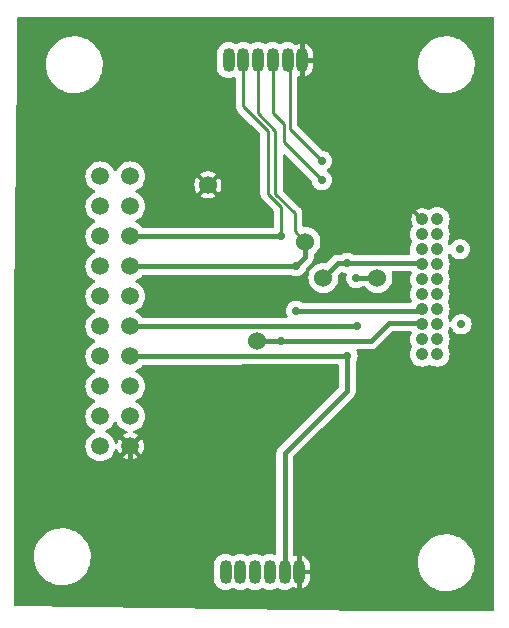
<source format=gbr>
%TF.GenerationSoftware,KiCad,Pcbnew,7.0.6*%
%TF.CreationDate,2023-08-02T20:25:14-07:00*%
%TF.ProjectId,A0004-SWD-Adapter,41303030-342d-4535-9744-2d4164617074,rev?*%
%TF.SameCoordinates,Original*%
%TF.FileFunction,Copper,L1,Top*%
%TF.FilePolarity,Positive*%
%FSLAX46Y46*%
G04 Gerber Fmt 4.6, Leading zero omitted, Abs format (unit mm)*
G04 Created by KiCad (PCBNEW 7.0.6) date 2023-08-02 20:25:14*
%MOMM*%
%LPD*%
G01*
G04 APERTURE LIST*
%TA.AperFunction,ComponentPad*%
%ADD10C,1.498600*%
%TD*%
%TA.AperFunction,ComponentPad*%
%ADD11O,1.016000X2.032000*%
%TD*%
%TA.AperFunction,ComponentPad*%
%ADD12C,1.066800*%
%TD*%
%TA.AperFunction,SMDPad,CuDef*%
%ADD13C,1.524000*%
%TD*%
%TA.AperFunction,ViaPad*%
%ADD14C,0.711200*%
%TD*%
%TA.AperFunction,Conductor*%
%ADD15C,0.381000*%
%TD*%
%TA.AperFunction,Conductor*%
%ADD16C,0.250000*%
%TD*%
G04 APERTURE END LIST*
D10*
%TO.P,P1,1,1*%
%TO.N,MCU_VDD*%
X124123450Y-112059999D03*
%TO.P,P1,2,2*%
%TO.N,unconnected-(P1-Pad2)*%
X121583450Y-112059999D03*
%TO.P,P1,3,3*%
%TO.N,unconnected-(P1-Pad3)*%
X124123450Y-109519999D03*
%TO.P,P1,4,4*%
%TO.N,Earth*%
X121583450Y-109519999D03*
%TO.P,P1,5,5*%
%TO.N,unconnected-(P1-Pad5)*%
X124123450Y-106979999D03*
%TO.P,P1,6,6*%
%TO.N,Earth*%
X121583450Y-106979999D03*
%TO.P,P1,7,7*%
%TO.N,SWDIO*%
X124123450Y-104439999D03*
%TO.P,P1,8,8*%
%TO.N,unconnected-(P1-Pad8)*%
X121583450Y-104439999D03*
%TO.P,P1,9,9*%
%TO.N,SWCLK*%
X124123450Y-101899999D03*
%TO.P,P1,10,10*%
%TO.N,Earth*%
X121583450Y-101899999D03*
%TO.P,P1,11,11*%
%TO.N,unconnected-(P1-Pad11)*%
X124123450Y-99359999D03*
%TO.P,P1,12,12*%
%TO.N,Earth*%
X121583450Y-99359999D03*
%TO.P,P1,13,13*%
%TO.N,SWO*%
X124123450Y-96819999D03*
%TO.P,P1,14,14*%
%TO.N,Earth*%
X121583450Y-96819999D03*
%TO.P,P1,15,15*%
%TO.N,NRST*%
X124123450Y-94279999D03*
%TO.P,P1,16,16*%
%TO.N,Earth*%
X121583450Y-94279999D03*
%TO.P,P1,17,17*%
%TO.N,unconnected-(P1-Pad17)*%
X124123450Y-91739999D03*
%TO.P,P1,18,18*%
%TO.N,Earth*%
X121583450Y-91739999D03*
%TO.P,P1,19,19*%
%TO.N,unconnected-(P1-Pad19)*%
X124123450Y-89199999D03*
%TO.P,P1,20,20*%
%TO.N,Earth*%
X121583450Y-89199999D03*
%TD*%
D11*
%TO.P,P4,1,1*%
%TO.N,Earth*%
X132434000Y-79375000D03*
%TO.P,P4,2,2*%
%TO.N,NRST*%
X133684000Y-79375000D03*
%TO.P,P4,3,3*%
%TO.N,SWO*%
X134934000Y-79375000D03*
%TO.P,P4,4,4*%
%TO.N,SWCLK*%
X136184000Y-79375000D03*
%TO.P,P4,5,5*%
%TO.N,SWDIO*%
X137434000Y-79375000D03*
%TO.P,P4,6,6*%
%TO.N,MCU_VDD*%
X138684000Y-79375000D03*
%TD*%
%TO.P,P3,1,1*%
%TO.N,MCU_VDD*%
X138430000Y-122682000D03*
%TO.P,P3,2,2*%
%TO.N,SWDIO*%
X137180000Y-122682000D03*
%TO.P,P3,3,3*%
%TO.N,SWCLK*%
X135930000Y-122682000D03*
%TO.P,P3,4,4*%
%TO.N,SWO*%
X134680000Y-122682000D03*
%TO.P,P3,5,5*%
%TO.N,NRST*%
X133430000Y-122682000D03*
%TO.P,P3,6,6*%
%TO.N,Earth*%
X132180000Y-122682000D03*
%TD*%
D12*
%TO.P,P2,1,1*%
%TO.N,MCU_VDD*%
X148832950Y-92837000D03*
%TO.P,P2,2,2*%
%TO.N,unconnected-(P2-Pad2)*%
X150102950Y-92837000D03*
%TO.P,P2,3,3*%
%TO.N,unconnected-(P2-Pad3)*%
X148832950Y-94107000D03*
%TO.P,P2,4,4*%
%TO.N,Earth*%
X150102950Y-94107000D03*
%TO.P,P2,5,5*%
%TO.N,unconnected-(P2-Pad5)*%
X148832950Y-95377000D03*
%TO.P,P2,6,6*%
%TO.N,Earth*%
X150102950Y-95377000D03*
%TO.P,P2,7,7*%
%TO.N,SWDIO*%
X148832950Y-96647000D03*
%TO.P,P2,8,8*%
%TO.N,unconnected-(P2-Pad8)*%
X150102950Y-96647000D03*
%TO.P,P2,9,9*%
%TO.N,SWCLK*%
X148832950Y-97917000D03*
%TO.P,P2,10,10*%
%TO.N,Earth*%
X150102950Y-97917000D03*
%TO.P,P2,11,11*%
%TO.N,unconnected-(P2-Pad11)*%
X148832950Y-99187000D03*
%TO.P,P2,12,12*%
%TO.N,Earth*%
X150102950Y-99187000D03*
%TO.P,P2,13,13*%
%TO.N,SWO*%
X148832950Y-100457000D03*
%TO.P,P2,14,14*%
%TO.N,Earth*%
X150102950Y-100457000D03*
%TO.P,P2,15,15*%
%TO.N,NRST*%
X148832950Y-101727000D03*
%TO.P,P2,16,16*%
%TO.N,Earth*%
X150102950Y-101727000D03*
%TO.P,P2,17,17*%
%TO.N,unconnected-(P2-Pad17)*%
X148832950Y-102997000D03*
%TO.P,P2,18,18*%
%TO.N,Earth*%
X150102950Y-102997000D03*
%TO.P,P2,19,19*%
%TO.N,unconnected-(P2-Pad19)*%
X148832950Y-104267000D03*
%TO.P,P2,20,20*%
%TO.N,Earth*%
X150102950Y-104267000D03*
%TD*%
D13*
%TO.P,TP1,1*%
%TO.N,MCU_VDD*%
X130683000Y-89916000D03*
%TD*%
%TO.P,TP5,1*%
%TO.N,SWCLK*%
X145034000Y-97790000D03*
%TD*%
%TO.P,TP6,1*%
%TO.N,NRST*%
X134874000Y-103124000D03*
%TD*%
%TO.P,TP4,1*%
%TO.N,SWDIO*%
X140462000Y-97790000D03*
%TD*%
%TO.P,TP7,1*%
%TO.N,SWO*%
X138938000Y-94742000D03*
%TD*%
D14*
%TO.N,MCU_VDD*%
X147066000Y-92837000D03*
%TO.N,Earth*%
X152019000Y-95377000D03*
X152146000Y-101727000D03*
%TO.N,SWDIO*%
X140335000Y-87884000D03*
%TO.N,SWCLK*%
X140335000Y-89535000D03*
%TO.N,SWDIO*%
X142494000Y-96520000D03*
X142494000Y-104394000D03*
%TO.N,SWCLK*%
X143302000Y-101900000D03*
X143256000Y-97790000D03*
%TO.N,SWO*%
X138176000Y-100584000D03*
X138176000Y-96774000D03*
%TO.N,NRST*%
X136906000Y-94234000D03*
X136906000Y-103124000D03*
%TD*%
D15*
%TO.N,MCU_VDD*%
X138430000Y-122682000D02*
X138430000Y-124333000D01*
X138430000Y-124333000D02*
X137922000Y-124841000D01*
X137922000Y-124841000D02*
X130429000Y-124841000D01*
X124123450Y-118535450D02*
X124123450Y-112059999D01*
X130429000Y-124841000D02*
X124123450Y-118535450D01*
%TO.N,SWDIO*%
X137180000Y-122682000D02*
X137180000Y-112649000D01*
X142494000Y-104394000D02*
X142494000Y-107335000D01*
X142494000Y-107335000D02*
X137180000Y-112649000D01*
D16*
X137610000Y-85159000D02*
X140335000Y-87884000D01*
X137610000Y-79551000D02*
X137610000Y-85159000D01*
X137434000Y-79375000D02*
X137610000Y-79551000D01*
%TO.N,SWCLK*%
X137096500Y-86296500D02*
X140335000Y-89535000D01*
X137096500Y-84772500D02*
X137096500Y-86296500D01*
X136184000Y-83860000D02*
X137096500Y-84772500D01*
X136184000Y-79375000D02*
X136184000Y-83860000D01*
%TO.N,SWO*%
X134934000Y-79375000D02*
X134934000Y-83878604D01*
X134934000Y-83878604D02*
X136398000Y-85342604D01*
X136398000Y-85342604D02*
X136398000Y-90676604D01*
X136398000Y-90676604D02*
X138049000Y-92327604D01*
X138049000Y-92327604D02*
X138049000Y-93853000D01*
X138049000Y-93853000D02*
X138938000Y-94742000D01*
%TO.N,NRST*%
X133684000Y-79375000D02*
X133684000Y-83265000D01*
X133684000Y-83265000D02*
X135763000Y-85344000D01*
X135763000Y-85344000D02*
X135763000Y-90678000D01*
X136906000Y-91821000D02*
X136906000Y-94234000D01*
X135763000Y-90678000D02*
X136906000Y-91821000D01*
D15*
%TO.N,SWDIO*%
X140462000Y-97790000D02*
X141732000Y-96520000D01*
X142494000Y-96520000D02*
X148590000Y-96520000D01*
X141732000Y-96520000D02*
X142494000Y-96520000D01*
X124123450Y-104440000D02*
X142494000Y-104394000D01*
X148590000Y-96520000D02*
X148844000Y-96774000D01*
%TO.N,SWCLK*%
X124123450Y-101900000D02*
X143302000Y-101900000D01*
X145034000Y-97790000D02*
X143256000Y-97790000D01*
%TO.N,SWO*%
X138938000Y-96012000D02*
X138176000Y-96774000D01*
X138938000Y-94742000D02*
X138938000Y-96012000D01*
X138130000Y-96820000D02*
X138176000Y-96774000D01*
X138176000Y-100584000D02*
X148844000Y-100584000D01*
X124123450Y-96820000D02*
X138130000Y-96820000D01*
%TO.N,NRST*%
X148590000Y-101600000D02*
X148844000Y-101854000D01*
X144526000Y-103124000D02*
X146050000Y-101600000D01*
X136906000Y-103124000D02*
X144526000Y-103124000D01*
X146050000Y-101600000D02*
X148590000Y-101600000D01*
X136860000Y-94280000D02*
X136906000Y-94234000D01*
X134874000Y-103124000D02*
X136906000Y-103124000D01*
X124123450Y-94280000D02*
X136860000Y-94280000D01*
%TD*%
%TA.AperFunction,Conductor*%
%TO.N,MCU_VDD*%
G36*
X122921315Y-109962313D02*
G01*
X122965832Y-110013688D01*
X123030002Y-110151302D01*
X123030004Y-110151306D01*
X123156238Y-110331587D01*
X123311861Y-110487210D01*
X123492142Y-110613444D01*
X123492144Y-110613445D01*
X123492147Y-110613447D01*
X123691614Y-110706460D01*
X123691619Y-110706461D01*
X123691623Y-110706463D01*
X123756287Y-110723789D01*
X123795919Y-110734408D01*
X123855580Y-110770772D01*
X123886110Y-110833619D01*
X123877816Y-110902995D01*
X123833331Y-110956873D01*
X123808622Y-110969809D01*
X123617482Y-111043858D01*
X123617473Y-111043862D01*
X123468783Y-111135924D01*
X123468783Y-111135925D01*
X123934597Y-111601739D01*
X123852917Y-111639042D01*
X123745278Y-111732311D01*
X123668277Y-111852128D01*
X123663259Y-111869216D01*
X123200555Y-111406511D01*
X123158334Y-111462423D01*
X123158329Y-111462430D01*
X123064966Y-111649927D01*
X123064961Y-111649940D01*
X123038867Y-111741651D01*
X123001587Y-111800744D01*
X122938277Y-111830301D01*
X122869038Y-111820939D01*
X122815852Y-111775629D01*
X122799826Y-111739809D01*
X122769913Y-111628170D01*
X122769912Y-111628169D01*
X122769911Y-111628163D01*
X122676898Y-111428697D01*
X122550662Y-111248412D01*
X122550660Y-111248409D01*
X122395038Y-111092787D01*
X122214757Y-110966553D01*
X122214753Y-110966551D01*
X122193998Y-110956873D01*
X122077137Y-110902380D01*
X122024700Y-110856209D01*
X122005548Y-110789015D01*
X122025764Y-110722134D01*
X122077137Y-110677618D01*
X122214753Y-110613447D01*
X122395037Y-110487211D01*
X122550662Y-110331586D01*
X122676898Y-110151302D01*
X122741068Y-110013686D01*
X122787240Y-109961249D01*
X122854434Y-109942097D01*
X122921315Y-109962313D01*
G37*
%TD.AperFunction*%
%TA.AperFunction,Conductor*%
G36*
X154882539Y-75712185D02*
G01*
X154928294Y-75764989D01*
X154939500Y-75816500D01*
X154939500Y-125859500D01*
X154919815Y-125926539D01*
X154867011Y-125972294D01*
X154815500Y-125983500D01*
X144866500Y-125983500D01*
X114422968Y-125607652D01*
X114356177Y-125587141D01*
X114311077Y-125533776D01*
X114300500Y-125483665D01*
X114300500Y-121334903D01*
X115959793Y-121334903D01*
X115969672Y-121642970D01*
X115969672Y-121642975D01*
X115969673Y-121642978D01*
X116018867Y-121947261D01*
X116063137Y-122096419D01*
X116106571Y-122242763D01*
X116231333Y-122524601D01*
X116231337Y-122524609D01*
X116391123Y-122788193D01*
X116391127Y-122788198D01*
X116391133Y-122788207D01*
X116583297Y-123029174D01*
X116583299Y-123029176D01*
X116583303Y-123029180D01*
X116583304Y-123029181D01*
X116804724Y-123243614D01*
X116971862Y-123368352D01*
X117051741Y-123427968D01*
X117051743Y-123427969D01*
X117051747Y-123427972D01*
X117320318Y-123579228D01*
X117461057Y-123636207D01*
X117606018Y-123694897D01*
X117606023Y-123694898D01*
X117606025Y-123694899D01*
X117904179Y-123773084D01*
X118209883Y-123812500D01*
X118209890Y-123812500D01*
X118440980Y-123812500D01*
X118539814Y-123806154D01*
X118671601Y-123797693D01*
X118974151Y-123738772D01*
X119266683Y-123641644D01*
X119266689Y-123641640D01*
X119266693Y-123641640D01*
X119483619Y-123537174D01*
X119544393Y-123507907D01*
X119802720Y-123339754D01*
X120037424Y-123139948D01*
X120244650Y-122911769D01*
X120420996Y-122658963D01*
X120563567Y-122385683D01*
X120670020Y-122096415D01*
X120738609Y-121795908D01*
X120768206Y-121489098D01*
X120758327Y-121181022D01*
X120709133Y-120876739D01*
X120621431Y-120581244D01*
X120621429Y-120581239D01*
X120621428Y-120581236D01*
X120496666Y-120299398D01*
X120496663Y-120299391D01*
X120336877Y-120035807D01*
X120336870Y-120035799D01*
X120336866Y-120035792D01*
X120144702Y-119794825D01*
X120144700Y-119794823D01*
X119923279Y-119580389D01*
X119923276Y-119580386D01*
X119794450Y-119484241D01*
X119676258Y-119396031D01*
X119676253Y-119396028D01*
X119407682Y-119244772D01*
X119370383Y-119229671D01*
X119121981Y-119129102D01*
X118954660Y-119085226D01*
X118823821Y-119050916D01*
X118518117Y-119011500D01*
X118287026Y-119011500D01*
X118287020Y-119011500D01*
X118056406Y-119026306D01*
X118056389Y-119026308D01*
X117753854Y-119085226D01*
X117753849Y-119085228D01*
X117461310Y-119182358D01*
X117461306Y-119182359D01*
X117183613Y-119316089D01*
X117183605Y-119316094D01*
X116925286Y-119484241D01*
X116925276Y-119484248D01*
X116690581Y-119684046D01*
X116690571Y-119684056D01*
X116483354Y-119912225D01*
X116483350Y-119912229D01*
X116307005Y-120165033D01*
X116307003Y-120165037D01*
X116164432Y-120438319D01*
X116164429Y-120438326D01*
X116057981Y-120727580D01*
X116057979Y-120727590D01*
X115989391Y-121028089D01*
X115959794Y-121334902D01*
X115959793Y-121334903D01*
X114300500Y-121334903D01*
X114300500Y-112059999D01*
X120320845Y-112059999D01*
X120340026Y-112279243D01*
X120340028Y-112279253D01*
X120396986Y-112491827D01*
X120396988Y-112491831D01*
X120396989Y-112491835D01*
X120426583Y-112555299D01*
X120490002Y-112691302D01*
X120490004Y-112691306D01*
X120616238Y-112871587D01*
X120771861Y-113027210D01*
X120952142Y-113153444D01*
X120952144Y-113153445D01*
X120952147Y-113153447D01*
X121151614Y-113246460D01*
X121364201Y-113303422D01*
X121539600Y-113318767D01*
X121583449Y-113322604D01*
X121583450Y-113322604D01*
X121583451Y-113322604D01*
X121619991Y-113319406D01*
X121802699Y-113303422D01*
X122015286Y-113246460D01*
X122214753Y-113153447D01*
X122395037Y-113027211D01*
X122550662Y-112871586D01*
X122676898Y-112691302D01*
X122769911Y-112491835D01*
X122799826Y-112380186D01*
X122836190Y-112320528D01*
X122899037Y-112289998D01*
X122968413Y-112298292D01*
X123022291Y-112342777D01*
X123038867Y-112378346D01*
X123064961Y-112470057D01*
X123064966Y-112470070D01*
X123158333Y-112657574D01*
X123200555Y-112713485D01*
X123663259Y-112250780D01*
X123668277Y-112267870D01*
X123745278Y-112387687D01*
X123852917Y-112480956D01*
X123934597Y-112518258D01*
X123468783Y-112984071D01*
X123468784Y-112984072D01*
X123617470Y-113076133D01*
X123617476Y-113076137D01*
X123812804Y-113151807D01*
X124018714Y-113190299D01*
X124228186Y-113190299D01*
X124434100Y-113151806D01*
X124629422Y-113076137D01*
X124629429Y-113076134D01*
X124778114Y-112984072D01*
X124778115Y-112984071D01*
X124312302Y-112518258D01*
X124393983Y-112480956D01*
X124501622Y-112387687D01*
X124578623Y-112267870D01*
X124583640Y-112250781D01*
X125046343Y-112713484D01*
X125088565Y-112657576D01*
X125088570Y-112657568D01*
X125181933Y-112470070D01*
X125181939Y-112470055D01*
X125239263Y-112268582D01*
X125239264Y-112268580D01*
X125258592Y-112059999D01*
X125258592Y-112059998D01*
X125239264Y-111851417D01*
X125239263Y-111851415D01*
X125181939Y-111649942D01*
X125181933Y-111649927D01*
X125088570Y-111462429D01*
X125088565Y-111462421D01*
X125046343Y-111406511D01*
X124583640Y-111869214D01*
X124578623Y-111852128D01*
X124501622Y-111732311D01*
X124393983Y-111639042D01*
X124312302Y-111601739D01*
X124778115Y-111135925D01*
X124778114Y-111135924D01*
X124629429Y-111043864D01*
X124629414Y-111043856D01*
X124438278Y-110969809D01*
X124382876Y-110927236D01*
X124359286Y-110861470D01*
X124374997Y-110793389D01*
X124425021Y-110744610D01*
X124450976Y-110734409D01*
X124512213Y-110718001D01*
X124555276Y-110706463D01*
X124555277Y-110706462D01*
X124555286Y-110706460D01*
X124754753Y-110613447D01*
X124935037Y-110487211D01*
X125090662Y-110331586D01*
X125216898Y-110151302D01*
X125309911Y-109951835D01*
X125366873Y-109739248D01*
X125386055Y-109519999D01*
X125366873Y-109300750D01*
X125309911Y-109088163D01*
X125216898Y-108888697D01*
X125090662Y-108708412D01*
X125090660Y-108708409D01*
X124935038Y-108552787D01*
X124754757Y-108426553D01*
X124754753Y-108426551D01*
X124754753Y-108426550D01*
X124617137Y-108362380D01*
X124564700Y-108316209D01*
X124545548Y-108249015D01*
X124565764Y-108182134D01*
X124617137Y-108137618D01*
X124754753Y-108073447D01*
X124935037Y-107947211D01*
X125090662Y-107791586D01*
X125216898Y-107611302D01*
X125309911Y-107411835D01*
X125366873Y-107199248D01*
X125386055Y-106979999D01*
X125366873Y-106760750D01*
X125309911Y-106548163D01*
X125216898Y-106348697D01*
X125090662Y-106168412D01*
X125090660Y-106168409D01*
X124935038Y-106012787D01*
X124754757Y-105886553D01*
X124754753Y-105886551D01*
X124754753Y-105886550D01*
X124617137Y-105822380D01*
X124564700Y-105776209D01*
X124545548Y-105709015D01*
X124565764Y-105642134D01*
X124617137Y-105597618D01*
X124754753Y-105533447D01*
X124935037Y-105407211D01*
X125090662Y-105251586D01*
X125134420Y-105189091D01*
X125188992Y-105145469D01*
X125235678Y-105136216D01*
X141670690Y-105095063D01*
X141737778Y-105114580D01*
X141783665Y-105167269D01*
X141795000Y-105219063D01*
X141795000Y-106994101D01*
X141775315Y-107061140D01*
X141758681Y-107081782D01*
X136701985Y-112138477D01*
X136699258Y-112141044D01*
X136652950Y-112182071D01*
X136652947Y-112182073D01*
X136617794Y-112233001D01*
X136615575Y-112236016D01*
X136577418Y-112284722D01*
X136577414Y-112284729D01*
X136573277Y-112293921D01*
X136562256Y-112313462D01*
X136556519Y-112321772D01*
X136534571Y-112379642D01*
X136533139Y-112383100D01*
X136507748Y-112439517D01*
X136505930Y-112449441D01*
X136499906Y-112471049D01*
X136496329Y-112480482D01*
X136496326Y-112480490D01*
X136488867Y-112541921D01*
X136488304Y-112545624D01*
X136477151Y-112606482D01*
X136477151Y-112606485D01*
X136480887Y-112668249D01*
X136481000Y-112671994D01*
X136481000Y-121111710D01*
X136461315Y-121178749D01*
X136408511Y-121224504D01*
X136339353Y-121234448D01*
X136321005Y-121230371D01*
X136301664Y-121224504D01*
X136288133Y-121220399D01*
X136129267Y-121172207D01*
X135930000Y-121152582D01*
X135730728Y-121172208D01*
X135539118Y-121230333D01*
X135363453Y-121324228D01*
X135295050Y-121338470D01*
X135246547Y-121324228D01*
X135070881Y-121230333D01*
X134879271Y-121172208D01*
X134680000Y-121152582D01*
X134480728Y-121172208D01*
X134289118Y-121230333D01*
X134113453Y-121324228D01*
X134045050Y-121338470D01*
X133996547Y-121324228D01*
X133820881Y-121230333D01*
X133629271Y-121172208D01*
X133430000Y-121152582D01*
X133230728Y-121172208D01*
X133039118Y-121230333D01*
X132863452Y-121324228D01*
X132795049Y-121338470D01*
X132746546Y-121324228D01*
X132570881Y-121230333D01*
X132379271Y-121172208D01*
X132180000Y-121152582D01*
X131980728Y-121172208D01*
X131789118Y-121230333D01*
X131612536Y-121324718D01*
X131457747Y-121451747D01*
X131330718Y-121606536D01*
X131236333Y-121783118D01*
X131178208Y-121974728D01*
X131178208Y-121974731D01*
X131163500Y-122124066D01*
X131163500Y-123239934D01*
X131169041Y-123296192D01*
X131178208Y-123389271D01*
X131236333Y-123580881D01*
X131330718Y-123757463D01*
X131330720Y-123757465D01*
X131330722Y-123757469D01*
X131391724Y-123831801D01*
X131457747Y-123912252D01*
X131508478Y-123953885D01*
X131612531Y-124039278D01*
X131612534Y-124039280D01*
X131612536Y-124039281D01*
X131702239Y-124087228D01*
X131789120Y-124133667D01*
X131980731Y-124191792D01*
X132180000Y-124211418D01*
X132379269Y-124191792D01*
X132570880Y-124133667D01*
X132746547Y-124039770D01*
X132814948Y-124025529D01*
X132863452Y-124039771D01*
X133039118Y-124133666D01*
X133039120Y-124133667D01*
X133230731Y-124191792D01*
X133430000Y-124211418D01*
X133629269Y-124191792D01*
X133820880Y-124133667D01*
X133996547Y-124039770D01*
X134064948Y-124025529D01*
X134113452Y-124039771D01*
X134289118Y-124133666D01*
X134289120Y-124133667D01*
X134480731Y-124191792D01*
X134680000Y-124211418D01*
X134879269Y-124191792D01*
X135070880Y-124133667D01*
X135246550Y-124039769D01*
X135314949Y-124025528D01*
X135363448Y-124039768D01*
X135539120Y-124133667D01*
X135730731Y-124191792D01*
X135930000Y-124211418D01*
X136129269Y-124191792D01*
X136320880Y-124133667D01*
X136496550Y-124039769D01*
X136564949Y-124025528D01*
X136613448Y-124039768D01*
X136789120Y-124133667D01*
X136980731Y-124191792D01*
X137180000Y-124211418D01*
X137379269Y-124191792D01*
X137570880Y-124133667D01*
X137674544Y-124078257D01*
X137747464Y-124039281D01*
X137747465Y-124039280D01*
X137747469Y-124039278D01*
X137832608Y-123969406D01*
X137896917Y-123942094D01*
X137965785Y-123953885D01*
X137977418Y-123960886D01*
X137983046Y-123964135D01*
X138153772Y-124040147D01*
X138239499Y-124058369D01*
X138239500Y-124058369D01*
X138239500Y-122854085D01*
X138246876Y-122865124D01*
X138330894Y-122921263D01*
X138404983Y-122936000D01*
X138455017Y-122936000D01*
X138529106Y-122921263D01*
X138602085Y-122872500D01*
X138620500Y-122872500D01*
X138620500Y-124058369D01*
X138706228Y-124040147D01*
X138706234Y-124040145D01*
X138876947Y-123964138D01*
X139028135Y-123854293D01*
X139153178Y-123715417D01*
X139246616Y-123553579D01*
X139304361Y-123375855D01*
X139304362Y-123375853D01*
X139319000Y-123236586D01*
X139319000Y-122872500D01*
X138620500Y-122872500D01*
X138602085Y-122872500D01*
X138613124Y-122865124D01*
X138669263Y-122781106D01*
X138688976Y-122682000D01*
X138669263Y-122582894D01*
X138613124Y-122498876D01*
X138529106Y-122442737D01*
X138455017Y-122428000D01*
X138404983Y-122428000D01*
X138330894Y-122442737D01*
X138246876Y-122498876D01*
X138239500Y-122509914D01*
X138239500Y-121305629D01*
X138620500Y-121305629D01*
X138620500Y-122491500D01*
X139319000Y-122491500D01*
X139319000Y-122127413D01*
X139304362Y-121988146D01*
X139304361Y-121988144D01*
X139257170Y-121842903D01*
X148471793Y-121842903D01*
X148481672Y-122150970D01*
X148481672Y-122150975D01*
X148481673Y-122150978D01*
X148530867Y-122455261D01*
X148575137Y-122604419D01*
X148618571Y-122750763D01*
X148743333Y-123032601D01*
X148743337Y-123032609D01*
X148903123Y-123296193D01*
X148903127Y-123296198D01*
X148903133Y-123296207D01*
X149095297Y-123537174D01*
X149095299Y-123537176D01*
X149095303Y-123537180D01*
X149095304Y-123537181D01*
X149316724Y-123751614D01*
X149454305Y-123854293D01*
X149563741Y-123935968D01*
X149563743Y-123935969D01*
X149563747Y-123935972D01*
X149832318Y-124087228D01*
X149973057Y-124144207D01*
X150118018Y-124202897D01*
X150118023Y-124202898D01*
X150118025Y-124202899D01*
X150416179Y-124281084D01*
X150721883Y-124320500D01*
X150721890Y-124320500D01*
X150952980Y-124320500D01*
X151051814Y-124314154D01*
X151183601Y-124305693D01*
X151486151Y-124246772D01*
X151778683Y-124149644D01*
X151778689Y-124149640D01*
X151778693Y-124149640D01*
X151969571Y-124057717D01*
X152056393Y-124015907D01*
X152314720Y-123847754D01*
X152549424Y-123647948D01*
X152756650Y-123419769D01*
X152932996Y-123166963D01*
X153075567Y-122893683D01*
X153182020Y-122604415D01*
X153250609Y-122303908D01*
X153280206Y-121997098D01*
X153270327Y-121689022D01*
X153221133Y-121384739D01*
X153133431Y-121089244D01*
X153133429Y-121089239D01*
X153133428Y-121089236D01*
X153008666Y-120807398D01*
X153008663Y-120807391D01*
X152848877Y-120543807D01*
X152848870Y-120543799D01*
X152848866Y-120543792D01*
X152656702Y-120302825D01*
X152656700Y-120302823D01*
X152653163Y-120299398D01*
X152435276Y-120088386D01*
X152306450Y-119992241D01*
X152188258Y-119904031D01*
X152188253Y-119904028D01*
X151919682Y-119752772D01*
X151882383Y-119737671D01*
X151633981Y-119637102D01*
X151466660Y-119593226D01*
X151335821Y-119558916D01*
X151030117Y-119519500D01*
X150799026Y-119519500D01*
X150799020Y-119519500D01*
X150568406Y-119534306D01*
X150568389Y-119534308D01*
X150265854Y-119593226D01*
X150265849Y-119593228D01*
X149973310Y-119690358D01*
X149973306Y-119690359D01*
X149695613Y-119824089D01*
X149695605Y-119824094D01*
X149437286Y-119992241D01*
X149437276Y-119992248D01*
X149202581Y-120192046D01*
X149202571Y-120192056D01*
X148995354Y-120420225D01*
X148995350Y-120420229D01*
X148819005Y-120673033D01*
X148819003Y-120673037D01*
X148676432Y-120946319D01*
X148676429Y-120946326D01*
X148569981Y-121235580D01*
X148569979Y-121235590D01*
X148501391Y-121536089D01*
X148471794Y-121842902D01*
X148471793Y-121842903D01*
X139257170Y-121842903D01*
X139246616Y-121810420D01*
X139153178Y-121648582D01*
X139028135Y-121509706D01*
X138876952Y-121399864D01*
X138706227Y-121323852D01*
X138620500Y-121305629D01*
X138239500Y-121305629D01*
X138239499Y-121305629D01*
X138153770Y-121323852D01*
X138053435Y-121368525D01*
X137984185Y-121377809D01*
X137920909Y-121348180D01*
X137883696Y-121289045D01*
X137879000Y-121255245D01*
X137879000Y-112989897D01*
X137898685Y-112922858D01*
X137915319Y-112902216D01*
X140330325Y-110487210D01*
X142972028Y-107845506D01*
X142974703Y-107842987D01*
X143021052Y-107801927D01*
X143056209Y-107750991D01*
X143058410Y-107747999D01*
X143096584Y-107699275D01*
X143100722Y-107690078D01*
X143111745Y-107670533D01*
X143117480Y-107662227D01*
X143139426Y-107604356D01*
X143140850Y-107600916D01*
X143166251Y-107544482D01*
X143168069Y-107534560D01*
X143174097Y-107512938D01*
X143177673Y-107503510D01*
X143185132Y-107442067D01*
X143185693Y-107438384D01*
X143190561Y-107411827D01*
X143196849Y-107377515D01*
X143193113Y-107315743D01*
X143193000Y-107311999D01*
X143193000Y-104944723D01*
X143209613Y-104882723D01*
X143229285Y-104848650D01*
X143287743Y-104747397D01*
X143343873Y-104574646D01*
X143362860Y-104394000D01*
X143343873Y-104213354D01*
X143287743Y-104040603D01*
X143269497Y-104008999D01*
X143253025Y-103941099D01*
X143275878Y-103875072D01*
X143330800Y-103831882D01*
X143376885Y-103823000D01*
X144503004Y-103823000D01*
X144506748Y-103823113D01*
X144568513Y-103826849D01*
X144568513Y-103826848D01*
X144568515Y-103826849D01*
X144589517Y-103823000D01*
X144629383Y-103815694D01*
X144633081Y-103815131D01*
X144694510Y-103807673D01*
X144703949Y-103804092D01*
X144725560Y-103798069D01*
X144735483Y-103796251D01*
X144791925Y-103770847D01*
X144795338Y-103769433D01*
X144853227Y-103747480D01*
X144861533Y-103741745D01*
X144881078Y-103730722D01*
X144890275Y-103726584D01*
X144938999Y-103688410D01*
X144941991Y-103686209D01*
X144992927Y-103651052D01*
X145033987Y-103604703D01*
X145036506Y-103602028D01*
X146303215Y-102335318D01*
X146364539Y-102301834D01*
X146390897Y-102299000D01*
X147817759Y-102299000D01*
X147884798Y-102318685D01*
X147930553Y-102371489D01*
X147940497Y-102440647D01*
X147927118Y-102481453D01*
X147865703Y-102596352D01*
X147806125Y-102792753D01*
X147786009Y-102996999D01*
X147806125Y-103201246D01*
X147865704Y-103397651D01*
X147959722Y-103573547D01*
X147973964Y-103641950D01*
X147959722Y-103690453D01*
X147865704Y-103866348D01*
X147806125Y-104062753D01*
X147786009Y-104266999D01*
X147806125Y-104471246D01*
X147865704Y-104667651D01*
X147962448Y-104848647D01*
X147962450Y-104848650D01*
X148092650Y-105007299D01*
X148251299Y-105137499D01*
X148251302Y-105137501D01*
X148432298Y-105234245D01*
X148432300Y-105234245D01*
X148432303Y-105234247D01*
X148628702Y-105293824D01*
X148628701Y-105293824D01*
X148648817Y-105295805D01*
X148832950Y-105313941D01*
X149037198Y-105293824D01*
X149233597Y-105234247D01*
X149262005Y-105219063D01*
X149409497Y-105140227D01*
X149477900Y-105125985D01*
X149526403Y-105140227D01*
X149702298Y-105234245D01*
X149702300Y-105234245D01*
X149702303Y-105234247D01*
X149898702Y-105293824D01*
X149898701Y-105293824D01*
X149917014Y-105295627D01*
X150102950Y-105313941D01*
X150307198Y-105293824D01*
X150503597Y-105234247D01*
X150532005Y-105219063D01*
X150684597Y-105137501D01*
X150684600Y-105137499D01*
X150686164Y-105136216D01*
X150843249Y-105007299D01*
X150973450Y-104848649D01*
X151027568Y-104747400D01*
X151070195Y-104667651D01*
X151070195Y-104667650D01*
X151070197Y-104667647D01*
X151129774Y-104471248D01*
X151149891Y-104267000D01*
X151129774Y-104062752D01*
X151070197Y-103866353D01*
X151070195Y-103866350D01*
X151070195Y-103866348D01*
X150976177Y-103690452D01*
X150961935Y-103622049D01*
X150976177Y-103573547D01*
X151070197Y-103397647D01*
X151129774Y-103201248D01*
X151149891Y-102997000D01*
X151129774Y-102792752D01*
X151070197Y-102596353D01*
X151070195Y-102596350D01*
X151070195Y-102596348D01*
X150976177Y-102420452D01*
X150961935Y-102352049D01*
X150976176Y-102303548D01*
X151070197Y-102127647D01*
X151099199Y-102032036D01*
X151137495Y-101973601D01*
X151201307Y-101945145D01*
X151270374Y-101955705D01*
X151322768Y-102001929D01*
X151335790Y-102029717D01*
X151352257Y-102080398D01*
X151352258Y-102080400D01*
X151427232Y-102210259D01*
X151443077Y-102237703D01*
X151457208Y-102253397D01*
X151564613Y-102372684D01*
X151564620Y-102372690D01*
X151711565Y-102479452D01*
X151711566Y-102479452D01*
X151711570Y-102479455D01*
X151810848Y-102523656D01*
X151877501Y-102553333D01*
X151877507Y-102553335D01*
X152055179Y-102591100D01*
X152055180Y-102591100D01*
X152236819Y-102591100D01*
X152236821Y-102591100D01*
X152414493Y-102553335D01*
X152414495Y-102553333D01*
X152414498Y-102553333D01*
X152436949Y-102543336D01*
X152580430Y-102479455D01*
X152727381Y-102372689D01*
X152728462Y-102371489D01*
X152776006Y-102318685D01*
X152848923Y-102237703D01*
X152939743Y-102080397D01*
X152995873Y-101907646D01*
X153014860Y-101727000D01*
X152995873Y-101546354D01*
X152939743Y-101373603D01*
X152848923Y-101216297D01*
X152785043Y-101145351D01*
X152727386Y-101081315D01*
X152727379Y-101081309D01*
X152580434Y-100974547D01*
X152580431Y-100974545D01*
X152580430Y-100974545D01*
X152536227Y-100954864D01*
X152414498Y-100900666D01*
X152414492Y-100900664D01*
X152274584Y-100870926D01*
X152236821Y-100862900D01*
X152055179Y-100862900D01*
X152024034Y-100869519D01*
X151877507Y-100900664D01*
X151877501Y-100900666D01*
X151711570Y-100974545D01*
X151711565Y-100974547D01*
X151564620Y-101081309D01*
X151564613Y-101081315D01*
X151443076Y-101216298D01*
X151352258Y-101373599D01*
X151335790Y-101424283D01*
X151296352Y-101481958D01*
X151231993Y-101509156D01*
X151163147Y-101497241D01*
X151111671Y-101449997D01*
X151099200Y-101421964D01*
X151070197Y-101326353D01*
X151070195Y-101326350D01*
X151070195Y-101326348D01*
X150976177Y-101150452D01*
X150961935Y-101082049D01*
X150976176Y-101033548D01*
X151070197Y-100857647D01*
X151129774Y-100661248D01*
X151149891Y-100457000D01*
X151129774Y-100252752D01*
X151070197Y-100056353D01*
X151070195Y-100056350D01*
X151070195Y-100056348D01*
X150976177Y-99880453D01*
X150961935Y-99812050D01*
X150976177Y-99763547D01*
X150979321Y-99757666D01*
X151070197Y-99587647D01*
X151129774Y-99391248D01*
X151149891Y-99187000D01*
X151129774Y-98982752D01*
X151070197Y-98786353D01*
X151070195Y-98786350D01*
X151070195Y-98786348D01*
X150976177Y-98610453D01*
X150961935Y-98542050D01*
X150976177Y-98493547D01*
X151070195Y-98317651D01*
X151070195Y-98317650D01*
X151070197Y-98317647D01*
X151129774Y-98121248D01*
X151149891Y-97917000D01*
X151129774Y-97712752D01*
X151070197Y-97516353D01*
X151070195Y-97516350D01*
X151070195Y-97516348D01*
X150976177Y-97340453D01*
X150961935Y-97272050D01*
X150976177Y-97223547D01*
X151070195Y-97047651D01*
X151070195Y-97047650D01*
X151070197Y-97047647D01*
X151129774Y-96851248D01*
X151149891Y-96647000D01*
X151129774Y-96442752D01*
X151070197Y-96246353D01*
X151070195Y-96246350D01*
X151070195Y-96246348D01*
X150976177Y-96070452D01*
X150961935Y-96002049D01*
X150976176Y-95953548D01*
X151052673Y-95810431D01*
X151101634Y-95760589D01*
X151169772Y-95745128D01*
X151235451Y-95768959D01*
X151269417Y-95806886D01*
X151295918Y-95852787D01*
X151316077Y-95887703D01*
X151351108Y-95926609D01*
X151437613Y-96022684D01*
X151437620Y-96022690D01*
X151584565Y-96129452D01*
X151584566Y-96129452D01*
X151584570Y-96129455D01*
X151683848Y-96173656D01*
X151750501Y-96203333D01*
X151750507Y-96203335D01*
X151928179Y-96241100D01*
X151928180Y-96241100D01*
X152109819Y-96241100D01*
X152109821Y-96241100D01*
X152287493Y-96203335D01*
X152287495Y-96203333D01*
X152287498Y-96203333D01*
X152320370Y-96188697D01*
X152453430Y-96129455D01*
X152600381Y-96022689D01*
X152601412Y-96021545D01*
X152630716Y-95988999D01*
X152721923Y-95887703D01*
X152812743Y-95730397D01*
X152868873Y-95557646D01*
X152887860Y-95377000D01*
X152868873Y-95196354D01*
X152812743Y-95023603D01*
X152721923Y-94866297D01*
X152658043Y-94795351D01*
X152600386Y-94731315D01*
X152600379Y-94731309D01*
X152453434Y-94624547D01*
X152453431Y-94624545D01*
X152453430Y-94624545D01*
X152409227Y-94604864D01*
X152287498Y-94550666D01*
X152287492Y-94550664D01*
X152145741Y-94520535D01*
X152109821Y-94512900D01*
X151928179Y-94512900D01*
X151897034Y-94519519D01*
X151750507Y-94550664D01*
X151750501Y-94550666D01*
X151584570Y-94624545D01*
X151584565Y-94624547D01*
X151437620Y-94731309D01*
X151437613Y-94731315D01*
X151316075Y-94866298D01*
X151269417Y-94947113D01*
X151218850Y-94995329D01*
X151150242Y-95008551D01*
X151085378Y-94982583D01*
X151052674Y-94943569D01*
X150976175Y-94800450D01*
X150961935Y-94732049D01*
X150976177Y-94683547D01*
X151070197Y-94507647D01*
X151129774Y-94311248D01*
X151149891Y-94107000D01*
X151129774Y-93902752D01*
X151070197Y-93706353D01*
X151070195Y-93706350D01*
X151070195Y-93706348D01*
X150976177Y-93530452D01*
X150961935Y-93462049D01*
X150976176Y-93413548D01*
X151070197Y-93237647D01*
X151129774Y-93041248D01*
X151149891Y-92837000D01*
X151129774Y-92632752D01*
X151070197Y-92436353D01*
X151070195Y-92436350D01*
X151070195Y-92436348D01*
X150973451Y-92255352D01*
X150973449Y-92255349D01*
X150843249Y-92096700D01*
X150684600Y-91966500D01*
X150684597Y-91966498D01*
X150503601Y-91869754D01*
X150446198Y-91852341D01*
X150307198Y-91810176D01*
X150307195Y-91810175D01*
X150307198Y-91810175D01*
X150102950Y-91790059D01*
X149898703Y-91810175D01*
X149702298Y-91869754D01*
X149521307Y-91966496D01*
X149521301Y-91966500D01*
X149440004Y-92033218D01*
X149375694Y-92060530D01*
X149306826Y-92048738D01*
X149298468Y-92043707D01*
X149298302Y-92043996D01*
X149292668Y-92040744D01*
X149117077Y-91962564D01*
X149117069Y-91962562D01*
X148929057Y-91922600D01*
X148736843Y-91922600D01*
X148548830Y-91962562D01*
X148373232Y-92040743D01*
X148334350Y-92068991D01*
X148334350Y-92068992D01*
X148743835Y-92478477D01*
X148711709Y-92483838D01*
X148603607Y-92542340D01*
X148520358Y-92632773D01*
X148471256Y-92744714D01*
X148064952Y-92338410D01*
X148064951Y-92338410D01*
X147993003Y-92463029D01*
X147933606Y-92645833D01*
X147933605Y-92645835D01*
X147913513Y-92837000D01*
X147933605Y-93028164D01*
X147933606Y-93028166D01*
X147993003Y-93210970D01*
X148044024Y-93299341D01*
X148060497Y-93367241D01*
X148037644Y-93433268D01*
X148032491Y-93440006D01*
X147962447Y-93525354D01*
X147865704Y-93706348D01*
X147806125Y-93902753D01*
X147786009Y-94106999D01*
X147806125Y-94311246D01*
X147865704Y-94507651D01*
X147959722Y-94683547D01*
X147973964Y-94751950D01*
X147959722Y-94800453D01*
X147865704Y-94976348D01*
X147806125Y-95172753D01*
X147786009Y-95376999D01*
X147806125Y-95581246D01*
X147830320Y-95661005D01*
X147830943Y-95730872D01*
X147793695Y-95789985D01*
X147730400Y-95819576D01*
X147711659Y-95821000D01*
X143042295Y-95821000D01*
X142975256Y-95801315D01*
X142969410Y-95797318D01*
X142928434Y-95767547D01*
X142928431Y-95767545D01*
X142928430Y-95767545D01*
X142878081Y-95745128D01*
X142762498Y-95693666D01*
X142762492Y-95693664D01*
X142608838Y-95661005D01*
X142584821Y-95655900D01*
X142403179Y-95655900D01*
X142379162Y-95661005D01*
X142225507Y-95693664D01*
X142225501Y-95693666D01*
X142059570Y-95767545D01*
X142059565Y-95767547D01*
X142018590Y-95797318D01*
X141952784Y-95820798D01*
X141945705Y-95821000D01*
X141754995Y-95821000D01*
X141751251Y-95820887D01*
X141689487Y-95817151D01*
X141689482Y-95817151D01*
X141649687Y-95824444D01*
X141628620Y-95828304D01*
X141624921Y-95828867D01*
X141563490Y-95836326D01*
X141563482Y-95836329D01*
X141554049Y-95839906D01*
X141532441Y-95845930D01*
X141522517Y-95847748D01*
X141466100Y-95873139D01*
X141462642Y-95874571D01*
X141404773Y-95896519D01*
X141396462Y-95902256D01*
X141376922Y-95913276D01*
X141367728Y-95917413D01*
X141367725Y-95917416D01*
X141319033Y-95955562D01*
X141316018Y-95957781D01*
X141265076Y-95992945D01*
X141265071Y-95992950D01*
X141224036Y-96039267D01*
X141221469Y-96041994D01*
X140766628Y-96496834D01*
X140705305Y-96530319D01*
X140668140Y-96532681D01*
X140462002Y-96514647D01*
X140461998Y-96514647D01*
X140240542Y-96534021D01*
X140240535Y-96534022D01*
X140025800Y-96591561D01*
X139824323Y-96685512D01*
X139824319Y-96685514D01*
X139642217Y-96813023D01*
X139485023Y-96970217D01*
X139357514Y-97152319D01*
X139357512Y-97152323D01*
X139263561Y-97353800D01*
X139206022Y-97568535D01*
X139206021Y-97568542D01*
X139186647Y-97789997D01*
X139186647Y-97790002D01*
X139206021Y-98011457D01*
X139206022Y-98011465D01*
X139263558Y-98226191D01*
X139263559Y-98226193D01*
X139263560Y-98226196D01*
X139282378Y-98266551D01*
X139357511Y-98427676D01*
X139363122Y-98435689D01*
X139485023Y-98609781D01*
X139642219Y-98766977D01*
X139824323Y-98894488D01*
X140025804Y-98988440D01*
X140240537Y-99045978D01*
X140398724Y-99059817D01*
X140461998Y-99065353D01*
X140462000Y-99065353D01*
X140462002Y-99065353D01*
X140517365Y-99060509D01*
X140683463Y-99045978D01*
X140898196Y-98988440D01*
X141099677Y-98894488D01*
X141281781Y-98766977D01*
X141438977Y-98609781D01*
X141566488Y-98427677D01*
X141660440Y-98226196D01*
X141717978Y-98011463D01*
X141737353Y-97790000D01*
X141719318Y-97583855D01*
X141733085Y-97515357D01*
X141755162Y-97485372D01*
X141936003Y-97304530D01*
X141997326Y-97271046D01*
X142067018Y-97276030D01*
X142074117Y-97278932D01*
X142087075Y-97284701D01*
X142225501Y-97346333D01*
X142225507Y-97346335D01*
X142339692Y-97370605D01*
X142401172Y-97403797D01*
X142434949Y-97464960D01*
X142431841Y-97530213D01*
X142406128Y-97609349D01*
X142406127Y-97609351D01*
X142387140Y-97790000D01*
X142406127Y-97970648D01*
X142406128Y-97970650D01*
X142462257Y-98143398D01*
X142462258Y-98143400D01*
X142510061Y-98226197D01*
X142553077Y-98300703D01*
X142595414Y-98347723D01*
X142674613Y-98435684D01*
X142674620Y-98435690D01*
X142821565Y-98542452D01*
X142821566Y-98542452D01*
X142821570Y-98542455D01*
X142920848Y-98586656D01*
X142987501Y-98616333D01*
X142987507Y-98616335D01*
X143165179Y-98654100D01*
X143165180Y-98654100D01*
X143346819Y-98654100D01*
X143346821Y-98654100D01*
X143524493Y-98616335D01*
X143524495Y-98616333D01*
X143524498Y-98616333D01*
X143549163Y-98605351D01*
X143690430Y-98542455D01*
X143696816Y-98537814D01*
X143731410Y-98512682D01*
X143797216Y-98489202D01*
X143804295Y-98489000D01*
X143907901Y-98489000D01*
X143974940Y-98508685D01*
X144009475Y-98541876D01*
X144014052Y-98548412D01*
X144057023Y-98609781D01*
X144214219Y-98766977D01*
X144396323Y-98894488D01*
X144597804Y-98988440D01*
X144812537Y-99045978D01*
X144970724Y-99059817D01*
X145033998Y-99065353D01*
X145034000Y-99065353D01*
X145034002Y-99065353D01*
X145089365Y-99060509D01*
X145255463Y-99045978D01*
X145470196Y-98988440D01*
X145671677Y-98894488D01*
X145853781Y-98766977D01*
X146010977Y-98609781D01*
X146138488Y-98427677D01*
X146232440Y-98226196D01*
X146289978Y-98011463D01*
X146309353Y-97790000D01*
X146289978Y-97568537D01*
X146267693Y-97485369D01*
X146238145Y-97375093D01*
X146239808Y-97305244D01*
X146278971Y-97247381D01*
X146343199Y-97219877D01*
X146357920Y-97219000D01*
X147817759Y-97219000D01*
X147884798Y-97238685D01*
X147930553Y-97291489D01*
X147940497Y-97360647D01*
X147927118Y-97401453D01*
X147865703Y-97516352D01*
X147806125Y-97712753D01*
X147786009Y-97917000D01*
X147806125Y-98121246D01*
X147865704Y-98317651D01*
X147959722Y-98493547D01*
X147973964Y-98561950D01*
X147959722Y-98610453D01*
X147865704Y-98786348D01*
X147806125Y-98982753D01*
X147786009Y-99187000D01*
X147806125Y-99391246D01*
X147865703Y-99587647D01*
X147927118Y-99702547D01*
X147941359Y-99770950D01*
X147916359Y-99836194D01*
X147860053Y-99877564D01*
X147817759Y-99885000D01*
X138724295Y-99885000D01*
X138657256Y-99865315D01*
X138651410Y-99861318D01*
X138610434Y-99831547D01*
X138610431Y-99831545D01*
X138610430Y-99831545D01*
X138544772Y-99802312D01*
X138444498Y-99757666D01*
X138444492Y-99757664D01*
X138304584Y-99727926D01*
X138266821Y-99719900D01*
X138085179Y-99719900D01*
X138054034Y-99726519D01*
X137907507Y-99757664D01*
X137907501Y-99757666D01*
X137741570Y-99831545D01*
X137741565Y-99831547D01*
X137594620Y-99938309D01*
X137594613Y-99938315D01*
X137473076Y-100073298D01*
X137382258Y-100230599D01*
X137382257Y-100230601D01*
X137326128Y-100403349D01*
X137326127Y-100403351D01*
X137307140Y-100584000D01*
X137326127Y-100764648D01*
X137326128Y-100764650D01*
X137382257Y-100937398D01*
X137382258Y-100937400D01*
X137427060Y-101015000D01*
X137443533Y-101082901D01*
X137420680Y-101148927D01*
X137365759Y-101192118D01*
X137319673Y-101201000D01*
X125234047Y-101201000D01*
X125167008Y-101181315D01*
X125132472Y-101148123D01*
X125090660Y-101088409D01*
X124935038Y-100932787D01*
X124754757Y-100806553D01*
X124754753Y-100806551D01*
X124754751Y-100806550D01*
X124617137Y-100742380D01*
X124564700Y-100696209D01*
X124545548Y-100629015D01*
X124565764Y-100562134D01*
X124617137Y-100517618D01*
X124754753Y-100453447D01*
X124935037Y-100327211D01*
X125090662Y-100171586D01*
X125216898Y-99991302D01*
X125309911Y-99791835D01*
X125366873Y-99579248D01*
X125386055Y-99359999D01*
X125366873Y-99140750D01*
X125309911Y-98928163D01*
X125216898Y-98728697D01*
X125090662Y-98548412D01*
X125090660Y-98548409D01*
X124935038Y-98392787D01*
X124754757Y-98266553D01*
X124754753Y-98266551D01*
X124754751Y-98266550D01*
X124617137Y-98202380D01*
X124564700Y-98156209D01*
X124545548Y-98089015D01*
X124565764Y-98022134D01*
X124617137Y-97977618D01*
X124754753Y-97913447D01*
X124935037Y-97787211D01*
X125090662Y-97631586D01*
X125112544Y-97600335D01*
X125132471Y-97571877D01*
X125187048Y-97528252D01*
X125234046Y-97519000D01*
X137698470Y-97519000D01*
X137748906Y-97529721D01*
X137907501Y-97600333D01*
X137907507Y-97600335D01*
X138085179Y-97638100D01*
X138085180Y-97638100D01*
X138266819Y-97638100D01*
X138266821Y-97638100D01*
X138444493Y-97600335D01*
X138444495Y-97600333D01*
X138444498Y-97600333D01*
X138481503Y-97583857D01*
X138610430Y-97526455D01*
X138757381Y-97419689D01*
X138878923Y-97284703D01*
X138969743Y-97127397D01*
X139025873Y-96954646D01*
X139026214Y-96951404D01*
X139026935Y-96949650D01*
X139027226Y-96948283D01*
X139027476Y-96948336D01*
X139052796Y-96886788D01*
X139061845Y-96876689D01*
X139416028Y-96522506D01*
X139418703Y-96519987D01*
X139465052Y-96478927D01*
X139500223Y-96427971D01*
X139502402Y-96425010D01*
X139540585Y-96376275D01*
X139544722Y-96367080D01*
X139555753Y-96347522D01*
X139561480Y-96339227D01*
X139583423Y-96281366D01*
X139584843Y-96277936D01*
X139610252Y-96221482D01*
X139612069Y-96211563D01*
X139618101Y-96189927D01*
X139621673Y-96180509D01*
X139629131Y-96119088D01*
X139629694Y-96115384D01*
X139640849Y-96054515D01*
X139638060Y-96008409D01*
X139637113Y-95992743D01*
X139637000Y-95988999D01*
X139637000Y-95868099D01*
X139656685Y-95801060D01*
X139689876Y-95766525D01*
X139706689Y-95754752D01*
X139757781Y-95718977D01*
X139914977Y-95561781D01*
X140042488Y-95379677D01*
X140136440Y-95178196D01*
X140193978Y-94963463D01*
X140213353Y-94742000D01*
X140212482Y-94732049D01*
X140196614Y-94550666D01*
X140193978Y-94520537D01*
X140136440Y-94305804D01*
X140042488Y-94104324D01*
X140042486Y-94104321D01*
X140042485Y-94104319D01*
X139914978Y-93922220D01*
X139840919Y-93848161D01*
X139757781Y-93765023D01*
X139591651Y-93648697D01*
X139575676Y-93637511D01*
X139430455Y-93569794D01*
X139374196Y-93543560D01*
X139374193Y-93543559D01*
X139374191Y-93543558D01*
X139159465Y-93486022D01*
X139159457Y-93486021D01*
X138938002Y-93466647D01*
X138937998Y-93466647D01*
X138817307Y-93477206D01*
X138748807Y-93463439D01*
X138698624Y-93414824D01*
X138682500Y-93353678D01*
X138682500Y-92411236D01*
X138684239Y-92395484D01*
X138683968Y-92395459D01*
X138684700Y-92387703D01*
X138684702Y-92387696D01*
X138682500Y-92317632D01*
X138682500Y-92287748D01*
X138681614Y-92280745D01*
X138681157Y-92274926D01*
X138679674Y-92227717D01*
X138679674Y-92227715D01*
X138673974Y-92208096D01*
X138670031Y-92189050D01*
X138667856Y-92171835D01*
X138667474Y-92168807D01*
X138650081Y-92124878D01*
X138648204Y-92119396D01*
X138635019Y-92074011D01*
X138624620Y-92056428D01*
X138616066Y-92038967D01*
X138608552Y-92019987D01*
X138580793Y-91981780D01*
X138577586Y-91976898D01*
X138553544Y-91936245D01*
X138553543Y-91936244D01*
X138553542Y-91936242D01*
X138539108Y-91921808D01*
X138526471Y-91907013D01*
X138514472Y-91890497D01*
X138514470Y-91890494D01*
X138478073Y-91860385D01*
X138473751Y-91856451D01*
X137067819Y-90450518D01*
X137034334Y-90389195D01*
X137031500Y-90362837D01*
X137031500Y-87426766D01*
X137051185Y-87359727D01*
X137103989Y-87313972D01*
X137173147Y-87304028D01*
X137236703Y-87333053D01*
X137243181Y-87339085D01*
X139438266Y-89534170D01*
X139471751Y-89595493D01*
X139473905Y-89608885D01*
X139485127Y-89715646D01*
X139485128Y-89715648D01*
X139485128Y-89715650D01*
X139541257Y-89888398D01*
X139541258Y-89888400D01*
X139557193Y-89916000D01*
X139632077Y-90045703D01*
X139674414Y-90092723D01*
X139753613Y-90180684D01*
X139753620Y-90180690D01*
X139900565Y-90287452D01*
X139900566Y-90287452D01*
X139900570Y-90287455D01*
X139997621Y-90330665D01*
X140066501Y-90361333D01*
X140066507Y-90361335D01*
X140244179Y-90399100D01*
X140244180Y-90399100D01*
X140425819Y-90399100D01*
X140425821Y-90399100D01*
X140603493Y-90361335D01*
X140603495Y-90361333D01*
X140603498Y-90361333D01*
X140625949Y-90351336D01*
X140769430Y-90287455D01*
X140916381Y-90180689D01*
X141037923Y-90045703D01*
X141128743Y-89888397D01*
X141184873Y-89715646D01*
X141203860Y-89535000D01*
X141184873Y-89354354D01*
X141128743Y-89181603D01*
X141037923Y-89024297D01*
X140990318Y-88971426D01*
X140916386Y-88889315D01*
X140916382Y-88889312D01*
X140916381Y-88889311D01*
X140806967Y-88809817D01*
X140764302Y-88754488D01*
X140758323Y-88684875D01*
X140790928Y-88623080D01*
X140806968Y-88609182D01*
X140916381Y-88529689D01*
X141037923Y-88394703D01*
X141128743Y-88237397D01*
X141184873Y-88064646D01*
X141203860Y-87884000D01*
X141184873Y-87703354D01*
X141128743Y-87530603D01*
X141037923Y-87373297D01*
X140975553Y-87304028D01*
X140916386Y-87238315D01*
X140916379Y-87238309D01*
X140769434Y-87131547D01*
X140769431Y-87131545D01*
X140769430Y-87131545D01*
X140725227Y-87111864D01*
X140603498Y-87057666D01*
X140603492Y-87057664D01*
X140463585Y-87027926D01*
X140425821Y-87019900D01*
X140425820Y-87019900D01*
X140418166Y-87019900D01*
X140351127Y-87000215D01*
X140330485Y-86983581D01*
X138279819Y-84932914D01*
X138246334Y-84871591D01*
X138243500Y-84845233D01*
X138243500Y-80850443D01*
X138263185Y-80783404D01*
X138315989Y-80737649D01*
X138385147Y-80727705D01*
X138405819Y-80732512D01*
X138407777Y-80733148D01*
X138493499Y-80751369D01*
X138493500Y-80751369D01*
X138493500Y-79547085D01*
X138500876Y-79558124D01*
X138584894Y-79614263D01*
X138658983Y-79629000D01*
X138709017Y-79629000D01*
X138783106Y-79614263D01*
X138856085Y-79565500D01*
X138874500Y-79565500D01*
X138874500Y-80751369D01*
X138960228Y-80733147D01*
X138960234Y-80733145D01*
X139130947Y-80657138D01*
X139282135Y-80547293D01*
X139407178Y-80408417D01*
X139500616Y-80246579D01*
X139558361Y-80068855D01*
X139558362Y-80068853D01*
X139573000Y-79929586D01*
X139573000Y-79678903D01*
X148471793Y-79678903D01*
X148481672Y-79986970D01*
X148481672Y-79986975D01*
X148481673Y-79986978D01*
X148530867Y-80291261D01*
X148592505Y-80498939D01*
X148618571Y-80586763D01*
X148735295Y-80850443D01*
X148743337Y-80868609D01*
X148903123Y-81132193D01*
X148903127Y-81132198D01*
X148903133Y-81132207D01*
X149095297Y-81373174D01*
X149095299Y-81373176D01*
X149095303Y-81373180D01*
X149095304Y-81373181D01*
X149316724Y-81587614D01*
X149483862Y-81712352D01*
X149563741Y-81771968D01*
X149563743Y-81771969D01*
X149563747Y-81771972D01*
X149832318Y-81923228D01*
X149973057Y-81980207D01*
X150118018Y-82038897D01*
X150118023Y-82038898D01*
X150118025Y-82038899D01*
X150416179Y-82117084D01*
X150721883Y-82156500D01*
X150721890Y-82156500D01*
X150952980Y-82156500D01*
X151051814Y-82150154D01*
X151183601Y-82141693D01*
X151486151Y-82082772D01*
X151778683Y-81985644D01*
X151778689Y-81985640D01*
X151778693Y-81985640D01*
X151969571Y-81893717D01*
X152056393Y-81851907D01*
X152314720Y-81683754D01*
X152549424Y-81483948D01*
X152756650Y-81255769D01*
X152932996Y-81002963D01*
X153075567Y-80729683D01*
X153182020Y-80440415D01*
X153250609Y-80139908D01*
X153280206Y-79833098D01*
X153270327Y-79525022D01*
X153221133Y-79220739D01*
X153133431Y-78925244D01*
X153133429Y-78925239D01*
X153133428Y-78925236D01*
X153008666Y-78643398D01*
X153008663Y-78643391D01*
X152848877Y-78379807D01*
X152848870Y-78379799D01*
X152848866Y-78379792D01*
X152656702Y-78138825D01*
X152656700Y-78138823D01*
X152616309Y-78099707D01*
X152435276Y-77924386D01*
X152306450Y-77828241D01*
X152188258Y-77740031D01*
X152188253Y-77740028D01*
X151919682Y-77588772D01*
X151882383Y-77573671D01*
X151633981Y-77473102D01*
X151466660Y-77429226D01*
X151335821Y-77394916D01*
X151030117Y-77355500D01*
X150799026Y-77355500D01*
X150799020Y-77355500D01*
X150568406Y-77370306D01*
X150568389Y-77370308D01*
X150265854Y-77429226D01*
X150265849Y-77429228D01*
X149973310Y-77526358D01*
X149973306Y-77526359D01*
X149695613Y-77660089D01*
X149695605Y-77660094D01*
X149437286Y-77828241D01*
X149437276Y-77828248D01*
X149202581Y-78028046D01*
X149202571Y-78028056D01*
X148995354Y-78256225D01*
X148995350Y-78256229D01*
X148819005Y-78509033D01*
X148819003Y-78509037D01*
X148676432Y-78782319D01*
X148676429Y-78782326D01*
X148569981Y-79071580D01*
X148569979Y-79071590D01*
X148501391Y-79372089D01*
X148471794Y-79678902D01*
X148471793Y-79678903D01*
X139573000Y-79678903D01*
X139573000Y-79565500D01*
X138874500Y-79565500D01*
X138856085Y-79565500D01*
X138867124Y-79558124D01*
X138923263Y-79474106D01*
X138942976Y-79375000D01*
X138923263Y-79275894D01*
X138867124Y-79191876D01*
X138783106Y-79135737D01*
X138709017Y-79121000D01*
X138658983Y-79121000D01*
X138584894Y-79135737D01*
X138500876Y-79191876D01*
X138493500Y-79202914D01*
X138493500Y-77998629D01*
X138874500Y-77998629D01*
X138874500Y-79184500D01*
X139573000Y-79184500D01*
X139573000Y-78820413D01*
X139558362Y-78681146D01*
X139558361Y-78681144D01*
X139500616Y-78503420D01*
X139407178Y-78341582D01*
X139282135Y-78202706D01*
X139130952Y-78092864D01*
X138960227Y-78016852D01*
X138874500Y-77998629D01*
X138493500Y-77998629D01*
X138493499Y-77998629D01*
X138407770Y-78016852D01*
X138237053Y-78092861D01*
X138231432Y-78096107D01*
X138230643Y-78094741D01*
X138172340Y-78115538D01*
X138104288Y-78099707D01*
X138086609Y-78087594D01*
X138059000Y-78064936D01*
X138001469Y-78017722D01*
X138001465Y-78017720D01*
X138001463Y-78017718D01*
X137824881Y-77923333D01*
X137633271Y-77865208D01*
X137434000Y-77845582D01*
X137234728Y-77865208D01*
X137043118Y-77923333D01*
X136867452Y-78017228D01*
X136799049Y-78031470D01*
X136750546Y-78017228D01*
X136574881Y-77923333D01*
X136383271Y-77865208D01*
X136184000Y-77845582D01*
X135984728Y-77865208D01*
X135793118Y-77923333D01*
X135617453Y-78017228D01*
X135549050Y-78031470D01*
X135500547Y-78017228D01*
X135324881Y-77923333D01*
X135133271Y-77865208D01*
X134934000Y-77845582D01*
X134734728Y-77865208D01*
X134543118Y-77923333D01*
X134367453Y-78017228D01*
X134299050Y-78031470D01*
X134250547Y-78017228D01*
X134074881Y-77923333D01*
X133883271Y-77865208D01*
X133684000Y-77845582D01*
X133484728Y-77865208D01*
X133293118Y-77923333D01*
X133117453Y-78017228D01*
X133049050Y-78031470D01*
X133000547Y-78017228D01*
X132824881Y-77923333D01*
X132633271Y-77865208D01*
X132434000Y-77845582D01*
X132234728Y-77865208D01*
X132043118Y-77923333D01*
X131866536Y-78017718D01*
X131711747Y-78144747D01*
X131584718Y-78299536D01*
X131490333Y-78476118D01*
X131432208Y-78667728D01*
X131432208Y-78667731D01*
X131420923Y-78782317D01*
X131417500Y-78817069D01*
X131417500Y-79932930D01*
X131432208Y-80082271D01*
X131490333Y-80273881D01*
X131584718Y-80450463D01*
X131584720Y-80450465D01*
X131584722Y-80450469D01*
X131624500Y-80498939D01*
X131711747Y-80605252D01*
X131774972Y-80657138D01*
X131866531Y-80732278D01*
X131866534Y-80732280D01*
X131866536Y-80732281D01*
X131999955Y-80803595D01*
X132043120Y-80826667D01*
X132234731Y-80884792D01*
X132434000Y-80904418D01*
X132633269Y-80884792D01*
X132824880Y-80826667D01*
X132868044Y-80803594D01*
X132936447Y-80789352D01*
X133001691Y-80814351D01*
X133043062Y-80870655D01*
X133050499Y-80912952D01*
X133050499Y-83181366D01*
X133048762Y-83197113D01*
X133049032Y-83197139D01*
X133048298Y-83204905D01*
X133050500Y-83274957D01*
X133050500Y-83304859D01*
X133051384Y-83311856D01*
X133051842Y-83317679D01*
X133053326Y-83364889D01*
X133053327Y-83364891D01*
X133059022Y-83384495D01*
X133062967Y-83403542D01*
X133065526Y-83423797D01*
X133065527Y-83423800D01*
X133065528Y-83423803D01*
X133082914Y-83467716D01*
X133084806Y-83473244D01*
X133097981Y-83518592D01*
X133108372Y-83536162D01*
X133116932Y-83553635D01*
X133124447Y-83572617D01*
X133152209Y-83610827D01*
X133155416Y-83615710D01*
X133179458Y-83656362D01*
X133179462Y-83656366D01*
X133193889Y-83670793D01*
X133206526Y-83685588D01*
X133218528Y-83702107D01*
X133254931Y-83732222D01*
X133259231Y-83736135D01*
X134368329Y-84845233D01*
X135093181Y-85570085D01*
X135126666Y-85631408D01*
X135129500Y-85657766D01*
X135129500Y-90594366D01*
X135127761Y-90610113D01*
X135128032Y-90610139D01*
X135127298Y-90617905D01*
X135127298Y-90617908D01*
X135127298Y-90617909D01*
X135129500Y-90687957D01*
X135129500Y-90717859D01*
X135130384Y-90724856D01*
X135130842Y-90730679D01*
X135132326Y-90777889D01*
X135132327Y-90777891D01*
X135138022Y-90797495D01*
X135141967Y-90816542D01*
X135144526Y-90836797D01*
X135144527Y-90836800D01*
X135144528Y-90836803D01*
X135161914Y-90880716D01*
X135163806Y-90886244D01*
X135176981Y-90931592D01*
X135187372Y-90949162D01*
X135195932Y-90966635D01*
X135203447Y-90985617D01*
X135231209Y-91023827D01*
X135234416Y-91028710D01*
X135258458Y-91069362D01*
X135258462Y-91069366D01*
X135272889Y-91083793D01*
X135285526Y-91098588D01*
X135297528Y-91115107D01*
X135333931Y-91145222D01*
X135338231Y-91149135D01*
X135929094Y-91739998D01*
X136236181Y-92047085D01*
X136269666Y-92108408D01*
X136272500Y-92134766D01*
X136272500Y-93457000D01*
X136252815Y-93524039D01*
X136200011Y-93569794D01*
X136148500Y-93581000D01*
X125234047Y-93581000D01*
X125167008Y-93561315D01*
X125132472Y-93528123D01*
X125090660Y-93468409D01*
X124935038Y-93312787D01*
X124754757Y-93186553D01*
X124754753Y-93186551D01*
X124654394Y-93139753D01*
X124617137Y-93122380D01*
X124564700Y-93076209D01*
X124545548Y-93009015D01*
X124565764Y-92942134D01*
X124617137Y-92897618D01*
X124754753Y-92833447D01*
X124935037Y-92707211D01*
X125090662Y-92551586D01*
X125216898Y-92371302D01*
X125309911Y-92171835D01*
X125366873Y-91959248D01*
X125386055Y-91739999D01*
X125366873Y-91520750D01*
X125309911Y-91308163D01*
X125216898Y-91108697D01*
X125101265Y-90943555D01*
X125090660Y-90928409D01*
X125011548Y-90849297D01*
X130019108Y-90849297D01*
X130171336Y-90943554D01*
X130171338Y-90943555D01*
X130368855Y-91020073D01*
X130368865Y-91020076D01*
X130577088Y-91059000D01*
X130788912Y-91059000D01*
X130997134Y-91020076D01*
X130997144Y-91020073D01*
X131194661Y-90943555D01*
X131194665Y-90943553D01*
X131346889Y-90849298D01*
X131346889Y-90849297D01*
X130683001Y-90185408D01*
X130683000Y-90185408D01*
X130019108Y-90849297D01*
X125011548Y-90849297D01*
X124935038Y-90772787D01*
X124754757Y-90646553D01*
X124754753Y-90646551D01*
X124676611Y-90610113D01*
X124617137Y-90582380D01*
X124564700Y-90536209D01*
X124545548Y-90469015D01*
X124565764Y-90402134D01*
X124617137Y-90357618D01*
X124754753Y-90293447D01*
X124935037Y-90167211D01*
X125090662Y-90011586D01*
X125157592Y-89916000D01*
X129535102Y-89916000D01*
X129554647Y-90126925D01*
X129612617Y-90330665D01*
X129612622Y-90330678D01*
X129707038Y-90520290D01*
X129751037Y-90578554D01*
X130413592Y-89916000D01*
X130952406Y-89916000D01*
X131614961Y-90578553D01*
X131658960Y-90520292D01*
X131658967Y-90520280D01*
X131753375Y-90330683D01*
X131753382Y-90330665D01*
X131811352Y-90126925D01*
X131830897Y-89916000D01*
X131830897Y-89915999D01*
X131811352Y-89705074D01*
X131753382Y-89501334D01*
X131753377Y-89501321D01*
X131658961Y-89311709D01*
X131614961Y-89253444D01*
X130952406Y-89915999D01*
X130952406Y-89916000D01*
X130413592Y-89916000D01*
X130413592Y-89915999D01*
X129751037Y-89253444D01*
X129707039Y-89311709D01*
X129707034Y-89311716D01*
X129612622Y-89501321D01*
X129612617Y-89501334D01*
X129554647Y-89705074D01*
X129535102Y-89915999D01*
X129535102Y-89916000D01*
X125157592Y-89916000D01*
X125216898Y-89831302D01*
X125309911Y-89631835D01*
X125366873Y-89419248D01*
X125386055Y-89199999D01*
X125367044Y-88982701D01*
X130019108Y-88982701D01*
X130683000Y-89646592D01*
X130683001Y-89646592D01*
X131346890Y-88982701D01*
X131194663Y-88888445D01*
X131194661Y-88888444D01*
X130997135Y-88811923D01*
X130788912Y-88773000D01*
X130577088Y-88773000D01*
X130368865Y-88811923D01*
X130368864Y-88811923D01*
X130171340Y-88888444D01*
X130171334Y-88888446D01*
X130019109Y-88982700D01*
X130019108Y-88982701D01*
X125367044Y-88982701D01*
X125366873Y-88980750D01*
X125309911Y-88768163D01*
X125216898Y-88568697D01*
X125090662Y-88388412D01*
X125090660Y-88388409D01*
X124935038Y-88232787D01*
X124754757Y-88106553D01*
X124754753Y-88106551D01*
X124664896Y-88064650D01*
X124555286Y-88013538D01*
X124555282Y-88013537D01*
X124555278Y-88013535D01*
X124342704Y-87956577D01*
X124342694Y-87956575D01*
X124123451Y-87937394D01*
X124123449Y-87937394D01*
X123904205Y-87956575D01*
X123904195Y-87956577D01*
X123691621Y-88013535D01*
X123691612Y-88013539D01*
X123492149Y-88106550D01*
X123492147Y-88106551D01*
X123311860Y-88232788D01*
X123156239Y-88388409D01*
X123030002Y-88568696D01*
X123030001Y-88568698D01*
X122965832Y-88706309D01*
X122919659Y-88758748D01*
X122852466Y-88777900D01*
X122785585Y-88757684D01*
X122741068Y-88706309D01*
X122702257Y-88623080D01*
X122676898Y-88568697D01*
X122550662Y-88388412D01*
X122550660Y-88388409D01*
X122395038Y-88232787D01*
X122214757Y-88106553D01*
X122214753Y-88106551D01*
X122124896Y-88064650D01*
X122015286Y-88013538D01*
X122015282Y-88013537D01*
X122015278Y-88013535D01*
X121802704Y-87956577D01*
X121802694Y-87956575D01*
X121583451Y-87937394D01*
X121583449Y-87937394D01*
X121364205Y-87956575D01*
X121364195Y-87956577D01*
X121151621Y-88013535D01*
X121151612Y-88013539D01*
X120952149Y-88106550D01*
X120952147Y-88106551D01*
X120771860Y-88232788D01*
X120616239Y-88388409D01*
X120490002Y-88568696D01*
X120490001Y-88568698D01*
X120396990Y-88768161D01*
X120396986Y-88768170D01*
X120340028Y-88980744D01*
X120340026Y-88980754D01*
X120320845Y-89199998D01*
X120320845Y-89199999D01*
X120340026Y-89419243D01*
X120340028Y-89419253D01*
X120396986Y-89631827D01*
X120396988Y-89631831D01*
X120396989Y-89631835D01*
X120425832Y-89693688D01*
X120490002Y-89831302D01*
X120490004Y-89831306D01*
X120616238Y-90011587D01*
X120771861Y-90167210D01*
X120952142Y-90293444D01*
X120952144Y-90293445D01*
X120952147Y-90293447D01*
X121032000Y-90330683D01*
X121089760Y-90357617D01*
X121142199Y-90403789D01*
X121161351Y-90470983D01*
X121141135Y-90537864D01*
X121089760Y-90582381D01*
X120952149Y-90646550D01*
X120952147Y-90646551D01*
X120771860Y-90772788D01*
X120616239Y-90928409D01*
X120490002Y-91108696D01*
X120490001Y-91108698D01*
X120396990Y-91308161D01*
X120396986Y-91308170D01*
X120340028Y-91520744D01*
X120340026Y-91520754D01*
X120320845Y-91739998D01*
X120320845Y-91739999D01*
X120340026Y-91959243D01*
X120340028Y-91959253D01*
X120396986Y-92171827D01*
X120396988Y-92171831D01*
X120396989Y-92171835D01*
X120435933Y-92255351D01*
X120490002Y-92371302D01*
X120490004Y-92371306D01*
X120616238Y-92551587D01*
X120771861Y-92707210D01*
X120952142Y-92833444D01*
X120952144Y-92833445D01*
X120952147Y-92833447D01*
X121089760Y-92897617D01*
X121142199Y-92943789D01*
X121161351Y-93010983D01*
X121141135Y-93077864D01*
X121089760Y-93122381D01*
X120952149Y-93186550D01*
X120952147Y-93186551D01*
X120771860Y-93312788D01*
X120616239Y-93468409D01*
X120490002Y-93648696D01*
X120490001Y-93648698D01*
X120396990Y-93848161D01*
X120396986Y-93848170D01*
X120340028Y-94060744D01*
X120340026Y-94060754D01*
X120320845Y-94279998D01*
X120320845Y-94279999D01*
X120340026Y-94499243D01*
X120340028Y-94499253D01*
X120396986Y-94711827D01*
X120396988Y-94711831D01*
X120396989Y-94711835D01*
X120464684Y-94857007D01*
X120490002Y-94911302D01*
X120490004Y-94911306D01*
X120616238Y-95091587D01*
X120771861Y-95247210D01*
X120952142Y-95373444D01*
X120952144Y-95373445D01*
X120952147Y-95373447D01*
X121089760Y-95437617D01*
X121142199Y-95483789D01*
X121161351Y-95550983D01*
X121141135Y-95617864D01*
X121089760Y-95662381D01*
X120952149Y-95726550D01*
X120952147Y-95726551D01*
X120771860Y-95852788D01*
X120616239Y-96008409D01*
X120490002Y-96188696D01*
X120490001Y-96188698D01*
X120463116Y-96246353D01*
X120402533Y-96376275D01*
X120396990Y-96388161D01*
X120396986Y-96388170D01*
X120340028Y-96600744D01*
X120340026Y-96600754D01*
X120320845Y-96819998D01*
X120320845Y-96819999D01*
X120340026Y-97039243D01*
X120340028Y-97039253D01*
X120396986Y-97251827D01*
X120396988Y-97251831D01*
X120396989Y-97251835D01*
X120454465Y-97375093D01*
X120490002Y-97451302D01*
X120490004Y-97451306D01*
X120616238Y-97631587D01*
X120771861Y-97787210D01*
X120952142Y-97913444D01*
X120952144Y-97913445D01*
X120952147Y-97913447D01*
X121074811Y-97970646D01*
X121089760Y-97977617D01*
X121142199Y-98023789D01*
X121161351Y-98090983D01*
X121141135Y-98157864D01*
X121089760Y-98202381D01*
X120952149Y-98266550D01*
X120952147Y-98266551D01*
X120771860Y-98392788D01*
X120616239Y-98548409D01*
X120490002Y-98728696D01*
X120490001Y-98728698D01*
X120396990Y-98928161D01*
X120396986Y-98928170D01*
X120340028Y-99140744D01*
X120340026Y-99140754D01*
X120320845Y-99359998D01*
X120320845Y-99359999D01*
X120340026Y-99579243D01*
X120340028Y-99579253D01*
X120396986Y-99791827D01*
X120396988Y-99791831D01*
X120396989Y-99791835D01*
X120440433Y-99885000D01*
X120490002Y-99991302D01*
X120490004Y-99991306D01*
X120616238Y-100171587D01*
X120771861Y-100327210D01*
X120952142Y-100453444D01*
X120952144Y-100453445D01*
X120952147Y-100453447D01*
X121089760Y-100517617D01*
X121142199Y-100563789D01*
X121161351Y-100630983D01*
X121141135Y-100697864D01*
X121089760Y-100742381D01*
X120952149Y-100806550D01*
X120952147Y-100806551D01*
X120771860Y-100932788D01*
X120616239Y-101088409D01*
X120490002Y-101268696D01*
X120490001Y-101268698D01*
X120396990Y-101468161D01*
X120396986Y-101468170D01*
X120340028Y-101680744D01*
X120340026Y-101680754D01*
X120320845Y-101899998D01*
X120320845Y-101899999D01*
X120340026Y-102119243D01*
X120340028Y-102119253D01*
X120396986Y-102331827D01*
X120396988Y-102331831D01*
X120396989Y-102331835D01*
X120416040Y-102372689D01*
X120490002Y-102531302D01*
X120490004Y-102531306D01*
X120616238Y-102711587D01*
X120771861Y-102867210D01*
X120952142Y-102993444D01*
X120952144Y-102993445D01*
X120952147Y-102993447D01*
X121089760Y-103057617D01*
X121142199Y-103103789D01*
X121161351Y-103170983D01*
X121141135Y-103237864D01*
X121089760Y-103282381D01*
X120952149Y-103346550D01*
X120952147Y-103346551D01*
X120771860Y-103472788D01*
X120616239Y-103628409D01*
X120490002Y-103808696D01*
X120490001Y-103808698D01*
X120396990Y-104008161D01*
X120396986Y-104008170D01*
X120340028Y-104220744D01*
X120340026Y-104220754D01*
X120320845Y-104439998D01*
X120320845Y-104439999D01*
X120340026Y-104659243D01*
X120340028Y-104659253D01*
X120396986Y-104871827D01*
X120396988Y-104871831D01*
X120396989Y-104871835D01*
X120460157Y-105007299D01*
X120490002Y-105071302D01*
X120490004Y-105071306D01*
X120616238Y-105251587D01*
X120771861Y-105407210D01*
X120952142Y-105533444D01*
X120952144Y-105533445D01*
X120952147Y-105533447D01*
X121089760Y-105597617D01*
X121142199Y-105643789D01*
X121161351Y-105710983D01*
X121141135Y-105777864D01*
X121089760Y-105822381D01*
X120952149Y-105886550D01*
X120952147Y-105886551D01*
X120771860Y-106012788D01*
X120616239Y-106168409D01*
X120490002Y-106348696D01*
X120490001Y-106348698D01*
X120396990Y-106548161D01*
X120396986Y-106548170D01*
X120340028Y-106760744D01*
X120340026Y-106760754D01*
X120320845Y-106979998D01*
X120320845Y-106979999D01*
X120340026Y-107199243D01*
X120340028Y-107199253D01*
X120396986Y-107411827D01*
X120396988Y-107411831D01*
X120396989Y-107411835D01*
X120458843Y-107544481D01*
X120490002Y-107611302D01*
X120490004Y-107611306D01*
X120616238Y-107791587D01*
X120771861Y-107947210D01*
X120952142Y-108073444D01*
X120952144Y-108073445D01*
X120952147Y-108073447D01*
X121089760Y-108137617D01*
X121142199Y-108183789D01*
X121161351Y-108250983D01*
X121141135Y-108317864D01*
X121089760Y-108362381D01*
X120952149Y-108426550D01*
X120952147Y-108426551D01*
X120771860Y-108552788D01*
X120616239Y-108708409D01*
X120490002Y-108888696D01*
X120490001Y-108888698D01*
X120396990Y-109088161D01*
X120396986Y-109088170D01*
X120340028Y-109300744D01*
X120340026Y-109300754D01*
X120320845Y-109519998D01*
X120320845Y-109519999D01*
X120340026Y-109739243D01*
X120340028Y-109739253D01*
X120396986Y-109951827D01*
X120396988Y-109951831D01*
X120396989Y-109951835D01*
X120401379Y-109961249D01*
X120490002Y-110151302D01*
X120490004Y-110151306D01*
X120616238Y-110331587D01*
X120771861Y-110487210D01*
X120952142Y-110613444D01*
X120952144Y-110613445D01*
X120952147Y-110613447D01*
X121089760Y-110677617D01*
X121142199Y-110723789D01*
X121161351Y-110790983D01*
X121141135Y-110857864D01*
X121089760Y-110902381D01*
X120952149Y-110966550D01*
X120952147Y-110966551D01*
X120771860Y-111092788D01*
X120616239Y-111248409D01*
X120490002Y-111428696D01*
X120490001Y-111428698D01*
X120396990Y-111628161D01*
X120396986Y-111628170D01*
X120340028Y-111840744D01*
X120340026Y-111840754D01*
X120320845Y-112059998D01*
X120320845Y-112059999D01*
X114300500Y-112059999D01*
X114300500Y-100534749D01*
X114512234Y-79678903D01*
X116975793Y-79678903D01*
X116985672Y-79986970D01*
X116985672Y-79986975D01*
X116985673Y-79986978D01*
X117034867Y-80291261D01*
X117096505Y-80498939D01*
X117122571Y-80586763D01*
X117239295Y-80850443D01*
X117247337Y-80868609D01*
X117407123Y-81132193D01*
X117407127Y-81132198D01*
X117407133Y-81132207D01*
X117599297Y-81373174D01*
X117599299Y-81373176D01*
X117599303Y-81373180D01*
X117599304Y-81373181D01*
X117820724Y-81587614D01*
X117987862Y-81712352D01*
X118067741Y-81771968D01*
X118067743Y-81771969D01*
X118067747Y-81771972D01*
X118336318Y-81923228D01*
X118477057Y-81980207D01*
X118622018Y-82038897D01*
X118622023Y-82038898D01*
X118622025Y-82038899D01*
X118920179Y-82117084D01*
X119225883Y-82156500D01*
X119225890Y-82156500D01*
X119456980Y-82156500D01*
X119555814Y-82150154D01*
X119687601Y-82141693D01*
X119990151Y-82082772D01*
X120282683Y-81985644D01*
X120282689Y-81985640D01*
X120282693Y-81985640D01*
X120473571Y-81893717D01*
X120560393Y-81851907D01*
X120818720Y-81683754D01*
X121053424Y-81483948D01*
X121260650Y-81255769D01*
X121436996Y-81002963D01*
X121579567Y-80729683D01*
X121686020Y-80440415D01*
X121754609Y-80139908D01*
X121784206Y-79833098D01*
X121774327Y-79525022D01*
X121725133Y-79220739D01*
X121637431Y-78925244D01*
X121637429Y-78925239D01*
X121637428Y-78925236D01*
X121512666Y-78643398D01*
X121512663Y-78643391D01*
X121352877Y-78379807D01*
X121352870Y-78379799D01*
X121352866Y-78379792D01*
X121160702Y-78138825D01*
X121160700Y-78138823D01*
X121120309Y-78099707D01*
X120939276Y-77924386D01*
X120810450Y-77828241D01*
X120692258Y-77740031D01*
X120692253Y-77740028D01*
X120423682Y-77588772D01*
X120386383Y-77573671D01*
X120137981Y-77473102D01*
X119970660Y-77429226D01*
X119839821Y-77394916D01*
X119534117Y-77355500D01*
X119303026Y-77355500D01*
X119303020Y-77355500D01*
X119072406Y-77370306D01*
X119072389Y-77370308D01*
X118769854Y-77429226D01*
X118769849Y-77429228D01*
X118477310Y-77526358D01*
X118477306Y-77526359D01*
X118199613Y-77660089D01*
X118199605Y-77660094D01*
X117941286Y-77828241D01*
X117941276Y-77828248D01*
X117706581Y-78028046D01*
X117706571Y-78028056D01*
X117499354Y-78256225D01*
X117499350Y-78256229D01*
X117323005Y-78509033D01*
X117323003Y-78509037D01*
X117180432Y-78782319D01*
X117180429Y-78782326D01*
X117073981Y-79071580D01*
X117073979Y-79071590D01*
X117005391Y-79372089D01*
X116975794Y-79678902D01*
X116975793Y-79678903D01*
X114512234Y-79678903D01*
X114518400Y-79071590D01*
X114551460Y-75815241D01*
X114571825Y-75748405D01*
X114625090Y-75703189D01*
X114675454Y-75692500D01*
X154815500Y-75692500D01*
X154882539Y-75712185D01*
G37*
%TD.AperFunction*%
%TD*%
M02*

</source>
